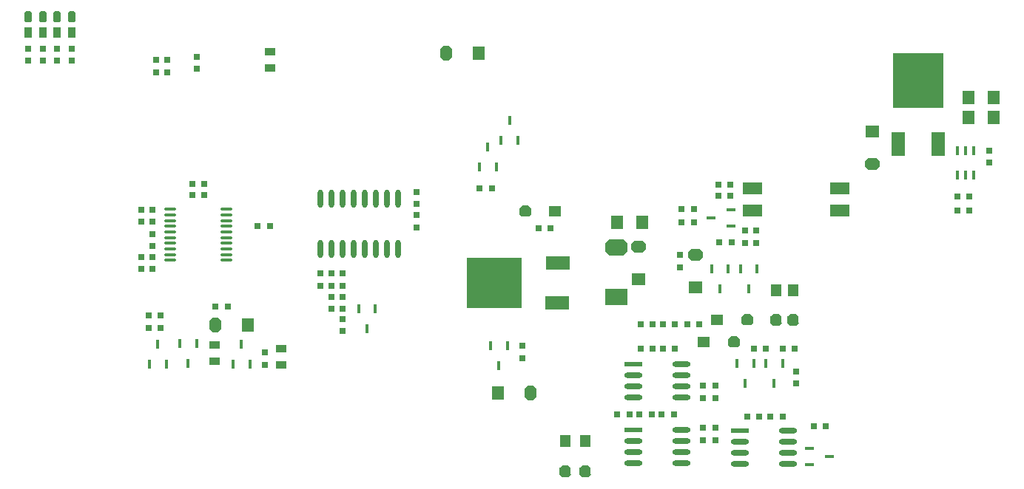
<source format=gtp>
%FSLAX25Y25*%
%MOIN*%
G70*
G01*
G75*
G04 Layer_Color=8421504*
%ADD10R,0.01772X0.03937*%
%ADD11R,0.05500X0.06200*%
%ADD12R,0.02606X0.03000*%
%ADD13R,0.03000X0.02606*%
G04:AMPARAMS|DCode=14|XSize=55mil|YSize=50mil|CornerRadius=0mil|HoleSize=0mil|Usage=FLASHONLY|Rotation=180.000|XOffset=0mil|YOffset=0mil|HoleType=Round|Shape=Octagon|*
%AMOCTAGOND14*
4,1,8,-0.02750,0.01250,-0.02750,-0.01250,-0.01500,-0.02500,0.01500,-0.02500,0.02750,-0.01250,0.02750,0.01250,0.01500,0.02500,-0.01500,0.02500,-0.02750,0.01250,0.0*
%
%ADD14OCTAGOND14*%

%ADD15R,0.05500X0.05000*%
G04:AMPARAMS|DCode=16|XSize=63.78mil|YSize=53.94mil|CornerRadius=0mil|HoleSize=0mil|Usage=FLASHONLY|Rotation=0.000|XOffset=0mil|YOffset=0mil|HoleType=Round|Shape=Octagon|*
%AMOCTAGOND16*
4,1,8,0.03189,-0.01348,0.03189,0.01348,0.01841,0.02697,-0.01841,0.02697,-0.03189,0.01348,-0.03189,-0.01348,-0.01841,-0.02697,0.01841,-0.02697,0.03189,-0.01348,0.0*
%
%ADD16OCTAGOND16*%

%ADD17R,0.06378X0.05394*%
%ADD18R,0.05000X0.05500*%
G04:AMPARAMS|DCode=19|XSize=55mil|YSize=50mil|CornerRadius=0mil|HoleSize=0mil|Usage=FLASHONLY|Rotation=270.000|XOffset=0mil|YOffset=0mil|HoleType=Round|Shape=Octagon|*
%AMOCTAGOND19*
4,1,8,-0.01250,-0.02750,0.01250,-0.02750,0.02500,-0.01500,0.02500,0.01500,0.01250,0.02750,-0.01250,0.02750,-0.02500,0.01500,-0.02500,-0.01500,-0.01250,-0.02750,0.0*
%
%ADD19OCTAGOND19*%

%ADD20R,0.05000X0.03500*%
%ADD21O,0.05906X0.01181*%
G04:AMPARAMS|DCode=22|XSize=50mil|YSize=35mil|CornerRadius=0mil|HoleSize=0mil|Usage=FLASHONLY|Rotation=90.000|XOffset=0mil|YOffset=0mil|HoleType=Round|Shape=Octagon|*
%AMOCTAGOND22*
4,1,8,0.00875,0.02500,-0.00875,0.02500,-0.01750,0.01625,-0.01750,-0.01625,-0.00875,-0.02500,0.00875,-0.02500,0.01750,-0.01625,0.01750,0.01625,0.00875,0.02500,0.0*
%
%ADD22OCTAGOND22*%

%ADD23R,0.03500X0.05000*%
%ADD24O,0.08268X0.02362*%
%ADD25R,0.08268X0.02362*%
%ADD26R,0.03937X0.01772*%
%ADD27R,0.08661X0.05512*%
%ADD28O,0.02362X0.08268*%
%ADD29R,0.05394X0.06378*%
G04:AMPARAMS|DCode=30|XSize=63.78mil|YSize=53.94mil|CornerRadius=0mil|HoleSize=0mil|Usage=FLASHONLY|Rotation=270.000|XOffset=0mil|YOffset=0mil|HoleType=Round|Shape=Octagon|*
%AMOCTAGOND30*
4,1,8,-0.01348,-0.03189,0.01348,-0.03189,0.02697,-0.01841,0.02697,0.01841,0.01348,0.03189,-0.01348,0.03189,-0.02697,0.01841,-0.02697,-0.01841,-0.01348,-0.03189,0.0*
%
%ADD30OCTAGOND30*%

%ADD31R,0.06000X0.11000*%
%ADD32R,0.23000X0.24500*%
%ADD33R,0.10000X0.07480*%
G04:AMPARAMS|DCode=34|XSize=100mil|YSize=74.8mil|CornerRadius=0mil|HoleSize=0mil|Usage=FLASHONLY|Rotation=180.000|XOffset=0mil|YOffset=0mil|HoleType=Round|Shape=Octagon|*
%AMOCTAGOND34*
4,1,8,-0.05000,0.01870,-0.05000,-0.01870,-0.03130,-0.03740,0.03130,-0.03740,0.05000,-0.01870,0.05000,0.01870,0.03130,0.03740,-0.03130,0.03740,-0.05000,0.01870,0.0*
%
%ADD34OCTAGOND34*%

%ADD35R,0.24500X0.23000*%
%ADD36R,0.11000X0.06000*%
%ADD37C,0.03000*%
%ADD38C,0.00600*%
%ADD39C,0.01500*%
%ADD40R,0.28400X0.26800*%
%ADD41R,0.07900X0.22700*%
%ADD42R,0.06900X0.11300*%
%ADD43R,0.24800X0.08400*%
%ADD44R,0.09200X0.98600*%
%ADD45R,0.23200X0.12400*%
%ADD46R,0.07000X0.06000*%
%ADD47R,0.15300X0.08500*%
%ADD48R,0.06500X0.36000*%
%ADD49R,0.56000X0.11500*%
%ADD50R,0.06000X0.16000*%
%ADD51R,0.09500X0.26900*%
%ADD52R,1.04500X0.12000*%
%ADD53R,0.06000X0.44500*%
%ADD54R,0.27000X0.07000*%
%ADD55R,0.13100X0.15500*%
%ADD56R,0.08000X0.38000*%
%ADD57R,0.19600X0.03800*%
%ADD58R,0.05500X0.15000*%
%ADD59R,0.10000X0.14000*%
%ADD60R,0.07000X0.16800*%
%ADD61R,0.22800X0.08500*%
%ADD62R,0.38200X0.07200*%
%ADD63R,0.07300X0.15800*%
%ADD64R,0.05900X0.05000*%
%ADD65R,0.11200X0.03900*%
%ADD66R,0.04200X0.42200*%
%ADD67R,0.14500X0.07500*%
%ADD68C,0.06200*%
%ADD69C,0.07087*%
%ADD70R,0.07087X0.07087*%
%ADD71C,0.09843*%
%ADD72R,0.09843X0.09843*%
%ADD73R,0.07087X0.07087*%
%ADD74C,0.20000*%
%ADD75C,0.06299*%
%ADD76R,0.06299X0.06299*%
G04:AMPARAMS|DCode=77|XSize=62.99mil|YSize=62.99mil|CornerRadius=0mil|HoleSize=0mil|Usage=FLASHONLY|Rotation=180.000|XOffset=0mil|YOffset=0mil|HoleType=Round|Shape=Octagon|*
%AMOCTAGOND77*
4,1,8,-0.03150,0.01575,-0.03150,-0.01575,-0.01575,-0.03150,0.01575,-0.03150,0.03150,-0.01575,0.03150,0.01575,0.01575,0.03150,-0.01575,0.03150,-0.03150,0.01575,0.0*
%
%ADD77OCTAGOND77*%

%ADD78R,0.06299X0.06299*%
%ADD79C,0.07874*%
%ADD80R,0.06693X0.06693*%
%ADD81C,0.06693*%
%ADD82C,0.11811*%
%ADD83R,0.06693X0.06693*%
%ADD84R,0.07874X0.07874*%
%ADD85C,0.07480*%
%ADD86R,0.07480X0.07480*%
%ADD87C,0.05118*%
%ADD88R,0.05118X0.05118*%
%ADD89C,0.09055*%
%ADD90R,0.05118X0.05118*%
G04:AMPARAMS|DCode=91|XSize=70.87mil|YSize=70.87mil|CornerRadius=0mil|HoleSize=0mil|Usage=FLASHONLY|Rotation=0.000|XOffset=0mil|YOffset=0mil|HoleType=Round|Shape=Octagon|*
%AMOCTAGOND91*
4,1,8,0.03543,-0.01772,0.03543,0.01772,0.01772,0.03543,-0.01772,0.03543,-0.03543,0.01772,-0.03543,-0.01772,-0.01772,-0.03543,0.01772,-0.03543,0.03543,-0.01772,0.0*
%
%ADD91OCTAGOND91*%

%ADD92C,0.03150*%
%ADD93C,0.02362*%
%ADD94C,0.01969*%
%ADD95C,0.06000*%
%ADD96R,0.03347X0.06299*%
%ADD97R,0.06900X0.08000*%
%ADD98R,0.07200X0.15300*%
%ADD99R,0.24800X0.03000*%
%ADD100R,0.10400X0.54200*%
%ADD101R,0.08700X0.08300*%
%ADD102R,0.09700X0.43800*%
%ADD103R,0.10000X0.12500*%
%ADD104R,0.04000X0.38900*%
%ADD105R,0.17100X0.04000*%
%ADD106R,0.04000X0.08200*%
%ADD107R,0.08000X0.32000*%
%ADD108R,0.04000X0.16900*%
%ADD109R,0.26300X0.04500*%
%ADD110R,0.08000X0.15000*%
%ADD111R,1.00500X0.08000*%
%ADD112R,0.59100X0.27000*%
%ADD113R,0.14100X0.20000*%
%ADD114C,0.00984*%
%ADD115C,0.01000*%
%ADD116C,0.00787*%
%ADD117C,0.01984*%
%ADD118C,0.00800*%
%ADD119C,0.01969*%
%ADD120C,0.02900*%
%ADD121C,0.00591*%
%ADD122C,0.00472*%
%ADD123R,0.06299X0.02165*%
%ADD124R,0.02165X0.06299*%
%ADD125R,0.11000X0.03000*%
%ADD126R,0.09449X0.02165*%
%ADD127R,0.09449X0.00847*%
D10*
X65160Y56235D02*
D03*
X72640D02*
D03*
X68900Y65165D02*
D03*
X428960Y141400D02*
D03*
X432700D02*
D03*
X436440D02*
D03*
Y152400D02*
D03*
X432700D02*
D03*
X428960D02*
D03*
X102760Y56035D02*
D03*
X110240D02*
D03*
X106500Y64965D02*
D03*
X166740Y80965D02*
D03*
X159260D02*
D03*
X163000Y72035D02*
D03*
X213760Y145035D02*
D03*
X221240D02*
D03*
X217500Y153965D02*
D03*
X337240Y56465D02*
D03*
X329760D02*
D03*
X333500Y47535D02*
D03*
X350240Y56465D02*
D03*
X342760D02*
D03*
X346500Y47535D02*
D03*
X338740Y98965D02*
D03*
X331260D02*
D03*
X335000Y90035D02*
D03*
X325740Y98965D02*
D03*
X318260D02*
D03*
X322000Y90035D02*
D03*
X86240Y65465D02*
D03*
X78760D02*
D03*
X82500Y56535D02*
D03*
X226240Y64465D02*
D03*
X218760D02*
D03*
X222500Y55535D02*
D03*
X227300Y166065D02*
D03*
X231040Y157135D02*
D03*
X223560D02*
D03*
D11*
X287110Y120000D02*
D03*
X275890D02*
D03*
X434198Y167385D02*
D03*
X445418D02*
D03*
X434198Y176443D02*
D03*
X445418D02*
D03*
D12*
X304744Y126000D02*
D03*
X310256D02*
D03*
X304744Y120000D02*
D03*
X310256D02*
D03*
X326756Y132000D02*
D03*
X321244D02*
D03*
X339756Y32500D02*
D03*
X334244D02*
D03*
X428944Y125400D02*
D03*
X434456D02*
D03*
X89756Y137500D02*
D03*
X84244D02*
D03*
Y132500D02*
D03*
X89756D02*
D03*
X219256Y135500D02*
D03*
X213744D02*
D03*
X275744Y33500D02*
D03*
X281256D02*
D03*
X295744D02*
D03*
X301256D02*
D03*
X286244Y63000D02*
D03*
X291756D02*
D03*
X296244D02*
D03*
X301756D02*
D03*
X342756D02*
D03*
X337244D02*
D03*
X355756D02*
D03*
X350244D02*
D03*
X369756Y28000D02*
D03*
X364244D02*
D03*
X286244Y74000D02*
D03*
X291756D02*
D03*
X321244Y137000D02*
D03*
X326756D02*
D03*
X321744Y111000D02*
D03*
X327256D02*
D03*
X100256Y82000D02*
D03*
X94744D02*
D03*
X344744Y32500D02*
D03*
X350256D02*
D03*
X245756Y117500D02*
D03*
X240244D02*
D03*
X428944Y131900D02*
D03*
X434456D02*
D03*
X119256Y118500D02*
D03*
X113744D02*
D03*
X291256Y33500D02*
D03*
X285744D02*
D03*
X301756Y74000D02*
D03*
X296244D02*
D03*
X307244D02*
D03*
X312756D02*
D03*
D13*
X86500Y189244D02*
D03*
Y194756D02*
D03*
X66500Y120244D02*
D03*
Y125756D02*
D03*
X61500Y125756D02*
D03*
Y120244D02*
D03*
X142000Y91465D02*
D03*
Y96976D02*
D03*
X117000Y55744D02*
D03*
Y61256D02*
D03*
X30000Y192965D02*
D03*
Y198476D02*
D03*
X152000Y76512D02*
D03*
Y71000D02*
D03*
X10500Y198476D02*
D03*
Y192965D02*
D03*
X17000Y198476D02*
D03*
Y192965D02*
D03*
X320000Y21744D02*
D03*
Y27256D02*
D03*
X314500D02*
D03*
Y21744D02*
D03*
X320000Y46256D02*
D03*
Y40744D02*
D03*
X314500D02*
D03*
Y46256D02*
D03*
X356500Y52756D02*
D03*
Y47244D02*
D03*
X304000Y105256D02*
D03*
Y99744D02*
D03*
X23500Y192965D02*
D03*
Y198476D02*
D03*
X338500Y116256D02*
D03*
Y110744D02*
D03*
X333500D02*
D03*
Y116256D02*
D03*
X66500Y104500D02*
D03*
Y98988D02*
D03*
X61500Y104500D02*
D03*
Y98988D02*
D03*
X66500Y109244D02*
D03*
Y114756D02*
D03*
X185500Y123256D02*
D03*
Y117744D02*
D03*
Y128244D02*
D03*
Y133756D02*
D03*
X152000Y91465D02*
D03*
Y96976D02*
D03*
X147000Y91465D02*
D03*
Y96976D02*
D03*
Y81000D02*
D03*
Y86512D02*
D03*
X152000Y81000D02*
D03*
Y86512D02*
D03*
X68000Y187744D02*
D03*
Y193256D02*
D03*
X73000Y187744D02*
D03*
Y193256D02*
D03*
X443300Y146944D02*
D03*
Y152456D02*
D03*
X233000Y58744D02*
D03*
Y64256D02*
D03*
X70000Y77956D02*
D03*
Y72444D02*
D03*
X64900D02*
D03*
Y77956D02*
D03*
D14*
X234250Y125000D02*
D03*
X334250Y76000D02*
D03*
X328250Y66000D02*
D03*
D15*
X247750Y125000D02*
D03*
X320750Y76000D02*
D03*
X314750Y66000D02*
D03*
D16*
X390600Y146497D02*
D03*
X311000Y105303D02*
D03*
X285500Y109003D02*
D03*
D17*
X390600Y161103D02*
D03*
X311000Y90697D02*
D03*
X285500Y94397D02*
D03*
D18*
X252500Y21250D02*
D03*
X261500D02*
D03*
X355000Y89530D02*
D03*
X347500D02*
D03*
D19*
X252500Y7750D02*
D03*
X261500D02*
D03*
X355000Y76029D02*
D03*
X347500D02*
D03*
D20*
X94500Y64740D02*
D03*
Y57260D02*
D03*
X124500Y55760D02*
D03*
Y63240D02*
D03*
X119500Y197240D02*
D03*
Y189760D02*
D03*
D21*
X99598Y102984D02*
D03*
Y105543D02*
D03*
Y108102D02*
D03*
Y110661D02*
D03*
Y113221D02*
D03*
Y115779D02*
D03*
Y118339D02*
D03*
Y120898D02*
D03*
Y123457D02*
D03*
Y126016D02*
D03*
X74402Y102984D02*
D03*
Y105543D02*
D03*
Y108102D02*
D03*
Y110661D02*
D03*
Y113221D02*
D03*
Y115779D02*
D03*
Y118339D02*
D03*
Y120898D02*
D03*
Y123457D02*
D03*
Y126016D02*
D03*
D22*
X10474Y212721D02*
D03*
X16974D02*
D03*
X29974D02*
D03*
X23474D02*
D03*
D23*
X10474Y205721D02*
D03*
X16974D02*
D03*
X29974D02*
D03*
X23474D02*
D03*
D24*
X304827Y41000D02*
D03*
Y46000D02*
D03*
Y51000D02*
D03*
Y56000D02*
D03*
X283173Y41000D02*
D03*
Y46000D02*
D03*
Y51000D02*
D03*
X304827Y11500D02*
D03*
Y16500D02*
D03*
Y21500D02*
D03*
Y26500D02*
D03*
X283173Y11500D02*
D03*
Y16500D02*
D03*
Y21500D02*
D03*
X352827Y11000D02*
D03*
Y16000D02*
D03*
Y21000D02*
D03*
Y26000D02*
D03*
X331173Y11000D02*
D03*
Y16000D02*
D03*
Y21000D02*
D03*
D25*
X283173Y56000D02*
D03*
Y26500D02*
D03*
X331173Y26000D02*
D03*
D26*
X362535Y18240D02*
D03*
Y10760D02*
D03*
X371465Y14500D02*
D03*
X318035Y122000D02*
D03*
X326965Y125740D02*
D03*
Y118260D02*
D03*
D27*
X376185Y135500D02*
D03*
Y125500D02*
D03*
X336815D02*
D03*
Y135500D02*
D03*
D28*
X177000Y130819D02*
D03*
X172000D02*
D03*
X167000D02*
D03*
X162000D02*
D03*
X157000D02*
D03*
X152000D02*
D03*
X147000D02*
D03*
X142000D02*
D03*
X177000Y108181D02*
D03*
X172000D02*
D03*
X167000D02*
D03*
X162000D02*
D03*
X157000D02*
D03*
X152000D02*
D03*
X147000D02*
D03*
X142000D02*
D03*
D29*
X109360Y73808D02*
D03*
X222197Y43000D02*
D03*
X213303Y196500D02*
D03*
D30*
X94754Y73808D02*
D03*
X236803Y43000D02*
D03*
X198697Y196500D02*
D03*
D31*
X402445Y155523D02*
D03*
X420245Y155423D02*
D03*
D32*
X411400Y184035D02*
D03*
D33*
X275500Y86279D02*
D03*
D34*
Y108721D02*
D03*
D35*
X220365Y92800D02*
D03*
D36*
X248977Y101645D02*
D03*
X248877Y83845D02*
D03*
M02*

</source>
